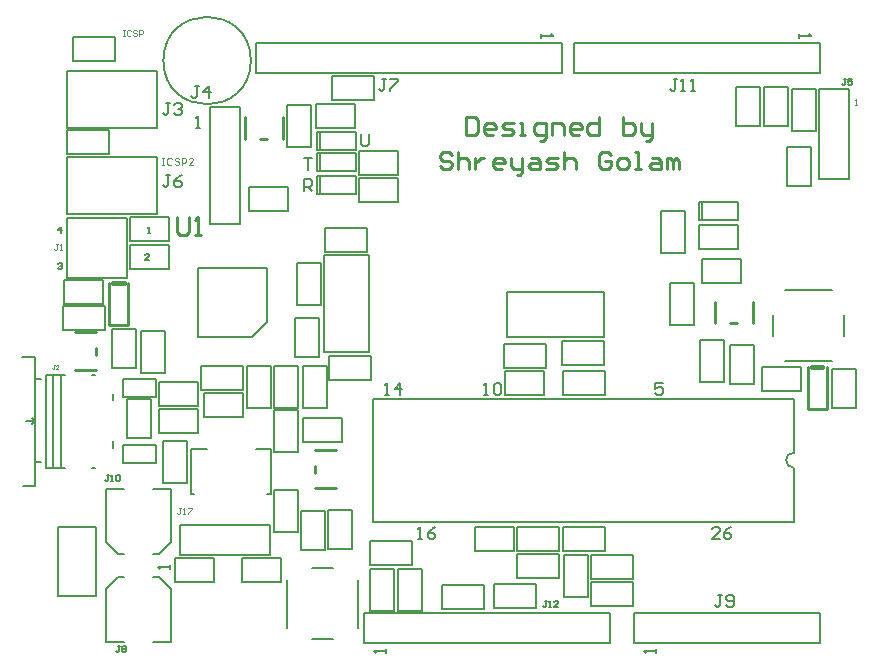
<source format=gto>
G04*
G04 #@! TF.GenerationSoftware,Altium Limited,Altium Designer,22.5.1 (42)*
G04*
G04 Layer_Color=65535*
%FSLAX44Y44*%
%MOMM*%
G71*
G04*
G04 #@! TF.SameCoordinates,41AE30FE-043A-47DD-A292-25B9FDFD75C8*
G04*
G04*
G04 #@! TF.FilePolarity,Positive*
G04*
G01*
G75*
%ADD10C,0.2000*%
%ADD11C,0.2540*%
%ADD12C,0.4000*%
%ADD13C,0.2500*%
%ADD14C,0.1000*%
D10*
X168000Y506000D02*
G03*
X168000Y506000I-37000J0D01*
G01*
X627580Y173990D02*
G03*
X627580Y161290I0J-6350D01*
G01*
X182010Y284698D02*
Y330148D01*
X123710D02*
X182010D01*
X123710Y271848D02*
Y330148D01*
Y271848D02*
X169160D01*
X182010Y284698D01*
X431800Y495300D02*
Y520700D01*
X172720Y495300D02*
X431800D01*
X172720D02*
Y520700D01*
X431800D01*
X264160Y12700D02*
X472440D01*
X264160Y38100D02*
X472440D01*
X264160Y12700D02*
Y38100D01*
X472440Y12700D02*
Y38100D01*
X441960Y520700D02*
X650240D01*
X441960Y495300D02*
X650240D01*
Y520700D01*
X441960Y495300D02*
Y520700D01*
X133300Y367232D02*
X158954D01*
Y466292D01*
X133300D02*
X158954D01*
X133300Y367232D02*
Y466292D01*
X184100Y87300D02*
Y112700D01*
X107900Y87300D02*
Y112700D01*
X184100D01*
X107900Y87300D02*
X184100D01*
X649300Y405500D02*
X674700D01*
X649300Y481700D02*
X674700D01*
Y405500D02*
Y481700D01*
X649300Y405500D02*
Y481700D01*
X12700Y466650D02*
Y497130D01*
Y448870D02*
Y479350D01*
Y448870D02*
X88900D01*
Y497130D01*
X12700D02*
X88900D01*
X12700Y393650D02*
Y424130D01*
Y375870D02*
Y406350D01*
Y375870D02*
X88900D01*
Y424130D01*
X12700D02*
X88900D01*
X12700Y321900D02*
X63500D01*
X12700D02*
Y372700D01*
X63500D01*
Y340950D02*
Y372700D01*
Y321900D02*
Y353650D01*
X185000Y139000D02*
Y177000D01*
X182000Y139000D02*
X185000D01*
X172000Y177000D02*
X185000D01*
X117000D02*
X131000D01*
X117000Y139000D02*
Y177000D01*
Y139000D02*
X120000D01*
X610080Y272940D02*
Y290940D01*
X670080Y272940D02*
Y290940D01*
X620080Y251940D02*
X660080D01*
X620080Y311940D02*
X660080D01*
X220000Y76000D02*
X238000D01*
X220000Y16000D02*
X238000D01*
X199000Y26000D02*
Y66000D01*
X259000Y26000D02*
Y66000D01*
X-17630Y203000D02*
X-15130Y200500D01*
X-17630Y198000D02*
X-15130Y200500D01*
X-14630D01*
X-22130D02*
X-14630D01*
Y166000D02*
X-9630D01*
X-14630Y236000D02*
X-9630D01*
X-24630Y146000D02*
X-14630D01*
X-25630Y255000D02*
X-14630D01*
Y146000D02*
Y255000D01*
X7370Y161000D02*
Y240000D01*
X370Y161000D02*
Y240000D01*
X33370D02*
X36370D01*
X33370Y161000D02*
X36370D01*
X51370Y219000D02*
Y224000D01*
Y178000D02*
Y184000D01*
X-5630Y161000D02*
X10370D01*
X-5630D02*
Y240000D01*
X10370D01*
X45500Y98500D02*
Y143500D01*
X60500D01*
X100500Y98500D02*
Y143500D01*
X85500D02*
X100500D01*
X85500Y88500D02*
X90500D01*
X100500Y98500D01*
X55500Y88500D02*
X60500D01*
X45500Y98500D02*
X55500Y88500D01*
X100500Y14000D02*
Y59000D01*
X85500Y14000D02*
X100500D01*
X45500D02*
Y59000D01*
Y14000D02*
X60500D01*
X55500Y69000D02*
X60500D01*
X45500Y59000D02*
X55500Y69000D01*
X85500D02*
X90500D01*
X100500Y59000D01*
X230000Y259000D02*
X268000D01*
X230000D02*
Y341000D01*
X268000D01*
Y259000D02*
Y341000D01*
X467000Y272000D02*
Y310000D01*
X385000Y272000D02*
X467000D01*
X385000D02*
Y310000D01*
X467000D01*
X231220Y364160D02*
X266780D01*
X231220Y343840D02*
Y364160D01*
Y343840D02*
X266780D01*
Y364160D01*
X234220Y256160D02*
X269780D01*
X234220Y235840D02*
Y256160D01*
Y235840D02*
X269780D01*
Y256160D01*
X126220Y247160D02*
X161780D01*
X126220Y226840D02*
Y247160D01*
Y226840D02*
X161780D01*
Y247160D01*
X382720Y245840D02*
X418280D01*
Y266160D01*
X382720D02*
X418280D01*
X382720Y245840D02*
Y266160D01*
X431220Y247840D02*
X466780D01*
Y268160D01*
X431220D02*
X466780D01*
X431220Y247840D02*
Y268160D01*
X453160Y52220D02*
Y87780D01*
X432840D02*
X453160D01*
X432840Y52220D02*
Y87780D01*
Y52220D02*
X453160D01*
X456220Y43840D02*
X491780D01*
Y64160D01*
X456220D02*
X491780D01*
X456220Y43840D02*
Y64160D01*
X208160Y174220D02*
Y209780D01*
X187840D02*
X208160D01*
X187840Y174220D02*
Y209780D01*
Y174220D02*
X208160D01*
X17780Y525780D02*
X53340D01*
X17780Y505460D02*
Y525780D01*
Y505460D02*
X53340D01*
Y525780D01*
X232160Y212220D02*
Y247780D01*
X211840D02*
X232160D01*
X211840Y212220D02*
Y247780D01*
Y212220D02*
X232160D01*
X208160D02*
Y247780D01*
X187840D02*
X208160D01*
X187840Y212220D02*
Y247780D01*
Y212220D02*
X208160D01*
X227160Y299220D02*
Y334780D01*
X206840D02*
X227160D01*
X206840Y299220D02*
Y334780D01*
Y299220D02*
X227160D01*
X198840Y433220D02*
Y468780D01*
Y433220D02*
X219160D01*
Y468780D01*
X198840D02*
X219160D01*
X646160Y446220D02*
Y481780D01*
X625840D02*
X646160D01*
X625840Y446220D02*
Y481780D01*
Y446220D02*
X646160D01*
X185160Y212220D02*
Y247780D01*
X164840D02*
X185160D01*
X164840Y212220D02*
Y247780D01*
Y212220D02*
X185160D01*
X12700Y447040D02*
X48260D01*
X12700Y426720D02*
Y447040D01*
Y426720D02*
X48260D01*
Y447040D01*
X93840Y148220D02*
Y183780D01*
Y148220D02*
X114160D01*
Y183780D01*
X93840D02*
X114160D01*
X208160Y107220D02*
Y142780D01*
X187840D02*
X208160D01*
X187840Y107220D02*
Y142780D01*
Y107220D02*
X208160D01*
X236880Y492760D02*
X272440D01*
X236880Y472440D02*
Y492760D01*
Y472440D02*
X272440D01*
Y492760D01*
X374220Y63160D02*
X409780D01*
X374220Y42840D02*
Y63160D01*
Y42840D02*
X409780D01*
Y63160D01*
X292840Y40220D02*
Y75780D01*
Y40220D02*
X313160D01*
Y75780D01*
X292840D02*
X313160D01*
X330220Y41840D02*
X365780D01*
Y62160D01*
X330220D02*
X365780D01*
X330220Y41840D02*
Y62160D01*
X515620Y342900D02*
Y378460D01*
Y342900D02*
X535940D01*
Y378460D01*
X515620D02*
X535940D01*
X393220Y67840D02*
X428780D01*
Y88160D01*
X393220D02*
X428780D01*
X393220Y67840D02*
Y88160D01*
Y90840D02*
X428780D01*
Y111160D01*
X393220D02*
X428780D01*
X393220Y90840D02*
Y111160D01*
X432220D02*
X467780D01*
X432220Y90840D02*
Y111160D01*
Y90840D02*
X467780D01*
Y111160D01*
X456220Y66840D02*
X491780D01*
Y87160D01*
X456220D02*
X491780D01*
X456220Y66840D02*
Y87160D01*
X432220Y222840D02*
X467780D01*
Y243160D01*
X432220D02*
X467780D01*
X432220Y222840D02*
Y243160D01*
X523240Y281940D02*
Y317500D01*
Y281940D02*
X543560D01*
Y317500D01*
X523240D02*
X543560D01*
X95160Y241220D02*
Y276780D01*
X74840D02*
X95160D01*
X74840Y241220D02*
Y276780D01*
Y241220D02*
X95160D01*
X548640Y233680D02*
Y269240D01*
Y233680D02*
X568960D01*
Y269240D01*
X548640D02*
X568960D01*
X8720Y298160D02*
X44280D01*
X8720Y277840D02*
Y298160D01*
Y277840D02*
X44280D01*
Y298160D01*
X289160Y40220D02*
Y75780D01*
X268840D02*
X289160D01*
X268840Y40220D02*
Y75780D01*
Y40220D02*
X289160D01*
X269240Y99060D02*
X304800D01*
X269240Y78740D02*
Y99060D01*
Y78740D02*
X304800D01*
Y99060D01*
X5000Y111000D02*
X37000D01*
Y53000D02*
Y111000D01*
X5000Y53000D02*
X37000D01*
X5000D02*
Y111000D01*
X259490Y408840D02*
X292510D01*
Y429160D01*
X259490D02*
X292510D01*
X259490Y408840D02*
Y429160D01*
Y385840D02*
X292510D01*
Y406160D01*
X259490D02*
X292510D01*
X259490Y385840D02*
Y406160D01*
X166370Y378460D02*
X199390D01*
Y398780D01*
X166370D02*
X199390D01*
X166370Y378460D02*
Y398780D01*
X103490Y64840D02*
X136510D01*
Y85160D01*
X103490D02*
X136510D01*
X103490Y64840D02*
Y85160D01*
X160490Y64840D02*
X193510D01*
Y85160D01*
X160490D02*
X193510D01*
X160490Y64840D02*
Y85160D01*
X71120Y245770D02*
Y278790D01*
X50800D02*
X71120D01*
X50800Y245770D02*
Y278790D01*
Y245770D02*
X71120D01*
X83820Y186690D02*
Y219710D01*
X63500D02*
X83820D01*
X63500Y186690D02*
Y219710D01*
Y186690D02*
X83820D01*
X226060Y255270D02*
Y288290D01*
X205740D02*
X226060D01*
X205740Y255270D02*
Y288290D01*
Y255270D02*
X226060D01*
X65490Y373160D02*
X98510D01*
X65490Y352840D02*
Y373160D01*
Y352840D02*
X98510D01*
Y373160D01*
X128490Y224160D02*
X161510D01*
X128490Y203840D02*
Y224160D01*
Y203840D02*
X161510D01*
Y224160D01*
X223490Y469160D02*
X256510D01*
X223490Y448840D02*
Y469160D01*
Y448840D02*
X256510D01*
Y469160D01*
X547630Y367000D02*
X580650D01*
X547630Y346680D02*
Y367000D01*
Y346680D02*
X580650D01*
Y367000D01*
X90170Y213360D02*
X123190D01*
Y233680D01*
X90170D02*
X123190D01*
X90170Y213360D02*
Y233680D01*
Y190500D02*
X123190D01*
Y210820D01*
X90170D02*
X123190D01*
X90170Y190500D02*
Y210820D01*
X623160Y450490D02*
Y483510D01*
X602840D02*
X623160D01*
X602840Y450490D02*
Y483510D01*
Y450490D02*
X623160D01*
X599160D02*
Y483510D01*
X578840D02*
X599160D01*
X578840Y450490D02*
Y483510D01*
Y450490D02*
X599160D01*
X642620Y400050D02*
Y433070D01*
X622300D02*
X642620D01*
X622300Y400050D02*
Y433070D01*
Y400050D02*
X642620D01*
X680720Y212090D02*
Y245110D01*
X660400D02*
X680720D01*
X660400Y212090D02*
Y245110D01*
Y212090D02*
X680720D01*
X357490Y111160D02*
X390510D01*
X357490Y90840D02*
Y111160D01*
Y90840D02*
X390510D01*
Y111160D01*
X383490Y243160D02*
X416510D01*
X383490Y222840D02*
Y243160D01*
Y222840D02*
X416510D01*
Y243160D01*
X600710Y226060D02*
X633730D01*
Y246380D01*
X600710D02*
X633730D01*
X600710Y226060D02*
Y246380D01*
X549910Y337820D02*
X582930D01*
X549910Y317500D02*
Y337820D01*
Y317500D02*
X582930D01*
Y337820D01*
X65490Y329840D02*
X98510D01*
Y350160D01*
X65490D02*
X98510D01*
X65490Y329840D02*
Y350160D01*
X574040Y232410D02*
Y265430D01*
Y232410D02*
X594360D01*
Y265430D01*
X574040D02*
X594360D01*
X9490Y320160D02*
X42510D01*
X9490Y299840D02*
Y320160D01*
Y299840D02*
X42510D01*
Y320160D01*
X231160Y91490D02*
Y124510D01*
X210840D02*
X231160D01*
X210840Y91490D02*
Y124510D01*
Y91490D02*
X231160D01*
X254000Y92710D02*
Y125730D01*
X233680D02*
X254000D01*
X233680Y92710D02*
Y125730D01*
Y92710D02*
X254000D01*
X212090Y182880D02*
X245110D01*
Y203200D01*
X212090D02*
X245110D01*
X212090Y182880D02*
Y203200D01*
X224220Y412380D02*
X226760D01*
X224220Y427620D02*
X226760D01*
X224220Y412380D02*
Y427620D01*
X226760Y412380D02*
X257240D01*
Y427620D01*
X226760D02*
X257240D01*
X226760Y412380D02*
Y427620D01*
X224220Y393380D02*
X226760D01*
X224220Y408620D02*
X226760D01*
X224220Y393380D02*
Y408620D01*
X226760Y393380D02*
X257240D01*
Y408620D01*
X226760D02*
X257240D01*
X226760Y393380D02*
Y408620D01*
X224220Y430380D02*
X226760D01*
X224220Y445620D02*
X226760D01*
X224220Y430380D02*
Y445620D01*
X226760Y430380D02*
X257240D01*
Y445620D01*
X226760D02*
X257240D01*
X226760Y430380D02*
Y445620D01*
X547360Y371220D02*
X549900D01*
X547360Y386460D02*
X549900D01*
X547360Y371220D02*
Y386460D01*
X549900Y371220D02*
X580380D01*
Y386460D01*
X549900D02*
X580380D01*
X549900Y371220D02*
Y386460D01*
X87630Y165100D02*
Y180340D01*
X59690Y165100D02*
Y180340D01*
X87630D01*
X59690Y165100D02*
X87630D01*
Y220980D02*
Y236220D01*
X59690Y220980D02*
Y236220D01*
X87630D01*
X59690Y220980D02*
X87630D01*
X650240Y12700D02*
Y38100D01*
X492760Y12700D02*
Y38100D01*
X650240D01*
X492760Y12700D02*
X650240D01*
X271580Y219640D02*
X627580D01*
X271580Y115640D02*
Y219640D01*
Y115640D02*
X627580D01*
Y161290D01*
Y173990D02*
Y219640D01*
X47884Y154899D02*
X46218D01*
X47051D01*
Y150734D01*
X46218Y149901D01*
X45385D01*
X44552Y150734D01*
X49550Y149901D02*
X51217D01*
X50384D01*
Y154899D01*
X49550Y154066D01*
X53716D02*
X54549Y154899D01*
X56215D01*
X57048Y154066D01*
Y150734D01*
X56215Y149901D01*
X54549D01*
X53716Y150734D01*
Y154066D01*
X413480Y528860D02*
Y525528D01*
Y527194D01*
X423477D01*
X421811Y528860D01*
X282480Y4540D02*
Y7872D01*
Y6206D01*
X272483D01*
X274149Y4540D01*
X631920Y528860D02*
Y525528D01*
Y527194D01*
X641917D01*
X640251Y528860D01*
X121380Y449040D02*
X124712D01*
X123046D01*
Y459037D01*
X121380Y457371D01*
X99600Y75660D02*
Y78992D01*
Y77326D01*
X89603D01*
X91269Y75660D01*
X261080Y443797D02*
Y435466D01*
X262746Y433800D01*
X266078D01*
X267745Y435466D01*
Y443797D01*
X212820Y423477D02*
X219485D01*
X216152D01*
Y413480D01*
X212820Y395700D02*
Y405697D01*
X217818D01*
X219485Y404031D01*
Y400698D01*
X217818Y399032D01*
X212820D01*
X216152D02*
X219485Y395700D01*
X564925Y101060D02*
X558260D01*
X564925Y107725D01*
Y109391D01*
X563258Y111057D01*
X559926D01*
X558260Y109391D01*
X574921Y111057D02*
X571589Y109391D01*
X568257Y106058D01*
Y102726D01*
X569923Y101060D01*
X573255D01*
X574921Y102726D01*
Y104392D01*
X573255Y106058D01*
X568257D01*
X309340Y101060D02*
X312672D01*
X311006D01*
Y111057D01*
X309340Y109391D01*
X324335Y111057D02*
X321003Y109391D01*
X317671Y106058D01*
Y102726D01*
X319337Y101060D01*
X322669D01*
X324335Y102726D01*
Y104392D01*
X322669Y106058D01*
X317671D01*
X281400Y222980D02*
X284732D01*
X283066D01*
Y232977D01*
X281400Y231311D01*
X294729Y222980D02*
Y232977D01*
X289731Y227978D01*
X296395D01*
X365220Y222980D02*
X368552D01*
X366886D01*
Y232977D01*
X365220Y231311D01*
X373551D02*
X375217Y232977D01*
X378549D01*
X380215Y231311D01*
Y224646D01*
X378549Y222980D01*
X375217D01*
X373551Y224646D01*
Y231311D01*
X516665Y232977D02*
X510000D01*
Y227978D01*
X513332Y229645D01*
X514998D01*
X516665Y227978D01*
Y224646D01*
X514998Y222980D01*
X511666D01*
X510000Y224646D01*
X7039Y360140D02*
Y365138D01*
X4540Y362639D01*
X7872D01*
X4540Y333825D02*
X5373Y334658D01*
X7039D01*
X7872Y333825D01*
Y332992D01*
X7039Y332159D01*
X6206D01*
X7039D01*
X7872Y331326D01*
Y330493D01*
X7039Y329660D01*
X5373D01*
X4540Y330493D01*
X81532Y337280D02*
X78200D01*
X81532Y340612D01*
Y341445D01*
X80699Y342278D01*
X79033D01*
X78200Y341445D01*
X80740Y360140D02*
X82406D01*
X81573D01*
Y365138D01*
X80740Y364305D01*
X511080Y4540D02*
Y7872D01*
Y6206D01*
X501083D01*
X502749Y4540D01*
X529235Y490138D02*
X525902D01*
X527569D01*
Y481808D01*
X525902Y480142D01*
X524236D01*
X522570Y481808D01*
X532567Y480142D02*
X535899D01*
X534233D01*
Y490138D01*
X532567Y488472D01*
X540898Y480142D02*
X544230D01*
X542564D01*
Y490138D01*
X540898Y488472D01*
X99934Y408858D02*
X96602D01*
X98268D01*
Y400528D01*
X96602Y398862D01*
X94936D01*
X93269Y400528D01*
X109931Y408858D02*
X106598Y407192D01*
X103266Y403860D01*
Y400528D01*
X104932Y398862D01*
X108265D01*
X109931Y400528D01*
Y402194D01*
X108265Y403860D01*
X103266D01*
X99934Y469818D02*
X96602D01*
X98268D01*
Y461488D01*
X96602Y459822D01*
X94936D01*
X93269Y461488D01*
X103266Y468152D02*
X104932Y469818D01*
X108265D01*
X109931Y468152D01*
Y466486D01*
X108265Y464820D01*
X106598D01*
X108265D01*
X109931Y463154D01*
Y461488D01*
X108265Y459822D01*
X104932D01*
X103266Y461488D01*
X567294Y53258D02*
X563962D01*
X565628D01*
Y44928D01*
X563962Y43262D01*
X562295D01*
X560629Y44928D01*
X570626D02*
X572292Y43262D01*
X575625D01*
X577291Y44928D01*
Y51592D01*
X575625Y53258D01*
X572292D01*
X570626Y51592D01*
Y49926D01*
X572292Y48260D01*
X577291D01*
X57587Y10119D02*
X55921D01*
X56754D01*
Y5954D01*
X55921Y5121D01*
X55088D01*
X54255Y5954D01*
X59253Y9286D02*
X60086Y10119D01*
X61752D01*
X62585Y9286D01*
Y8453D01*
X61752Y7620D01*
X62585Y6787D01*
Y5954D01*
X61752Y5121D01*
X60086D01*
X59253Y5954D01*
Y6787D01*
X60086Y7620D01*
X59253Y8453D01*
Y9286D01*
X60086Y7620D02*
X61752D01*
X418724Y48219D02*
X417058D01*
X417891D01*
Y44054D01*
X417058Y43221D01*
X416225D01*
X415392Y44054D01*
X420390Y43221D02*
X422057D01*
X421223D01*
Y48219D01*
X420390Y47386D01*
X427888Y43221D02*
X424556D01*
X427888Y46553D01*
Y47386D01*
X427055Y48219D01*
X425389D01*
X424556Y47386D01*
X282814Y490138D02*
X279482D01*
X281148D01*
Y481808D01*
X279482Y480142D01*
X277815D01*
X276149Y481808D01*
X286146Y490138D02*
X292811D01*
Y488472D01*
X286146Y481808D01*
Y480142D01*
X672267Y490179D02*
X670601D01*
X671434D01*
Y486014D01*
X670601Y485181D01*
X669768D01*
X668935Y486014D01*
X677265Y490179D02*
X673933D01*
Y487680D01*
X675599Y488513D01*
X676432D01*
X677265Y487680D01*
Y486014D01*
X676432Y485181D01*
X674766D01*
X673933Y486014D01*
X124267Y484469D02*
X120934D01*
X122600D01*
Y476138D01*
X120934Y474472D01*
X119268D01*
X117602Y476138D01*
X132597Y474472D02*
Y484469D01*
X127599Y479470D01*
X134263D01*
D11*
X195000Y440000D02*
Y458000D01*
X163000Y440000D02*
Y458000D01*
X176000Y440000D02*
X182000D01*
X593000Y284000D02*
Y302000D01*
X561000Y284000D02*
Y302000D01*
X574000Y284000D02*
X580000D01*
X19000Y276000D02*
X37000D01*
X19000Y244000D02*
X37000D01*
Y257000D02*
Y263000D01*
X222140Y144020D02*
X240140D01*
X222140Y176020D02*
X240140D01*
X222140Y157020D02*
Y163020D01*
X639700Y210600D02*
X655700D01*
X639700D02*
Y246600D01*
X655700Y210600D02*
Y246600D01*
X48000Y282000D02*
X64000D01*
X48000D02*
Y318000D01*
X64000Y282000D02*
Y318000D01*
X105410Y373883D02*
Y361187D01*
X107949Y358648D01*
X113027D01*
X115567Y361187D01*
Y373883D01*
X120645Y358648D02*
X125723D01*
X123184D01*
Y373883D01*
X120645Y371344D01*
D12*
X643382Y246380D02*
X652018D01*
X51682Y317780D02*
X60318D01*
D13*
X350536Y457886D02*
Y442891D01*
X358033D01*
X360532Y445390D01*
Y455387D01*
X358033Y457886D01*
X350536D01*
X373028Y442891D02*
X368030D01*
X365531Y445390D01*
Y450388D01*
X368030Y452888D01*
X373028D01*
X375527Y450388D01*
Y447889D01*
X365531D01*
X380526Y442891D02*
X388023D01*
X390522Y445390D01*
X388023Y447889D01*
X383025D01*
X380526Y450388D01*
X383025Y452888D01*
X390522D01*
X395521Y442891D02*
X400519D01*
X398020D01*
Y452888D01*
X395521D01*
X413015Y437892D02*
X415514D01*
X418014Y440392D01*
Y452888D01*
X410516D01*
X408017Y450388D01*
Y445390D01*
X410516Y442891D01*
X418014D01*
X423012D02*
Y452888D01*
X430510D01*
X433009Y450388D01*
Y442891D01*
X445505D02*
X440506D01*
X438007Y445390D01*
Y450388D01*
X440506Y452888D01*
X445505D01*
X448004Y450388D01*
Y447889D01*
X438007D01*
X462999Y457886D02*
Y442891D01*
X455502D01*
X453002Y445390D01*
Y450388D01*
X455502Y452888D01*
X462999D01*
X482993Y457886D02*
Y442891D01*
X490490D01*
X492989Y445390D01*
Y447889D01*
Y450388D01*
X490490Y452888D01*
X482993D01*
X497988D02*
Y445390D01*
X500487Y442891D01*
X507985D01*
Y440392D01*
X505485Y437892D01*
X502986D01*
X507985Y442891D02*
Y452888D01*
X338040Y426394D02*
X335540Y428894D01*
X330542D01*
X328043Y426394D01*
Y423895D01*
X330542Y421396D01*
X335540D01*
X338040Y418897D01*
Y416398D01*
X335540Y413898D01*
X330542D01*
X328043Y416398D01*
X343038Y428894D02*
Y413898D01*
Y421396D01*
X345537Y423895D01*
X350536D01*
X353035Y421396D01*
Y413898D01*
X358033Y423895D02*
Y413898D01*
Y418897D01*
X360532Y421396D01*
X363032Y423895D01*
X365531D01*
X380526Y413898D02*
X375527D01*
X373028Y416398D01*
Y421396D01*
X375527Y423895D01*
X380526D01*
X383025Y421396D01*
Y418897D01*
X373028D01*
X388023Y423895D02*
Y416398D01*
X390522Y413898D01*
X398020D01*
Y411399D01*
X395521Y408900D01*
X393022D01*
X398020Y413898D02*
Y423895D01*
X405518D02*
X410516D01*
X413015Y421396D01*
Y413898D01*
X405518D01*
X403018Y416398D01*
X405518Y418897D01*
X413015D01*
X418014Y413898D02*
X425511D01*
X428010Y416398D01*
X425511Y418897D01*
X420513D01*
X418014Y421396D01*
X420513Y423895D01*
X428010D01*
X433009Y428894D02*
Y413898D01*
Y421396D01*
X435508Y423895D01*
X440506D01*
X443005Y421396D01*
Y413898D01*
X472996Y426394D02*
X470497Y428894D01*
X465498D01*
X462999Y426394D01*
Y416398D01*
X465498Y413898D01*
X470497D01*
X472996Y416398D01*
Y421396D01*
X467998D01*
X480493Y413898D02*
X485492D01*
X487991Y416398D01*
Y421396D01*
X485492Y423895D01*
X480493D01*
X477994Y421396D01*
Y416398D01*
X480493Y413898D01*
X492989D02*
X497988D01*
X495489D01*
Y428894D01*
X492989D01*
X507985Y423895D02*
X512983D01*
X515482Y421396D01*
Y413898D01*
X507985D01*
X505485Y416398D01*
X507985Y418897D01*
X515482D01*
X520480Y413898D02*
Y423895D01*
X522980D01*
X525479Y421396D01*
Y413898D01*
Y421396D01*
X527978Y423895D01*
X530477Y421396D01*
Y413898D01*
D14*
X679180Y468360D02*
X680846D01*
X680013D01*
Y473358D01*
X679180Y472525D01*
X92440Y423558D02*
X94439D01*
X93440D01*
Y417560D01*
X92440D01*
X94439D01*
X101437Y422558D02*
X100437Y423558D01*
X98438D01*
X97438Y422558D01*
Y418560D01*
X98438Y417560D01*
X100437D01*
X101437Y418560D01*
X107435Y422558D02*
X106435Y423558D01*
X104436D01*
X103436Y422558D01*
Y421559D01*
X104436Y420559D01*
X106435D01*
X107435Y419559D01*
Y418560D01*
X106435Y417560D01*
X104436D01*
X103436Y418560D01*
X109434Y417560D02*
Y423558D01*
X112434D01*
X113433Y422558D01*
Y420559D01*
X112434Y419559D01*
X109434D01*
X119431Y417560D02*
X115433D01*
X119431Y421559D01*
Y422558D01*
X118432Y423558D01*
X116432D01*
X115433Y422558D01*
X59420Y531778D02*
X61086D01*
X60253D01*
Y526780D01*
X59420D01*
X61086D01*
X66918Y530945D02*
X66084Y531778D01*
X64418D01*
X63585Y530945D01*
Y527613D01*
X64418Y526780D01*
X66084D01*
X66918Y527613D01*
X71916Y530945D02*
X71083Y531778D01*
X69417D01*
X68584Y530945D01*
Y530112D01*
X69417Y529279D01*
X71083D01*
X71916Y528446D01*
Y527613D01*
X71083Y526780D01*
X69417D01*
X68584Y527613D01*
X73582Y526780D02*
Y531778D01*
X76081D01*
X76914Y530945D01*
Y529279D01*
X76081Y528446D01*
X73582D01*
X108844Y126959D02*
X107178D01*
X108011D01*
Y122794D01*
X107178Y121961D01*
X106345D01*
X105512Y122794D01*
X110510Y121961D02*
X112177D01*
X111343D01*
Y126959D01*
X110510Y126126D01*
X114676Y126959D02*
X118008D01*
Y126126D01*
X114676Y122794D01*
Y121961D01*
X2040Y247880D02*
X1041D01*
X1540D01*
Y245380D01*
X1041Y244881D01*
X541D01*
X41Y245380D01*
X5039Y244881D02*
X3040D01*
X5039Y246880D01*
Y247380D01*
X4539Y247880D01*
X3540D01*
X3040Y247380D01*
X5080Y350479D02*
X3414D01*
X4247D01*
Y346314D01*
X3414Y345481D01*
X2581D01*
X1748Y346314D01*
X6746Y345481D02*
X8412D01*
X7579D01*
Y350479D01*
X6746Y349646D01*
M02*

</source>
